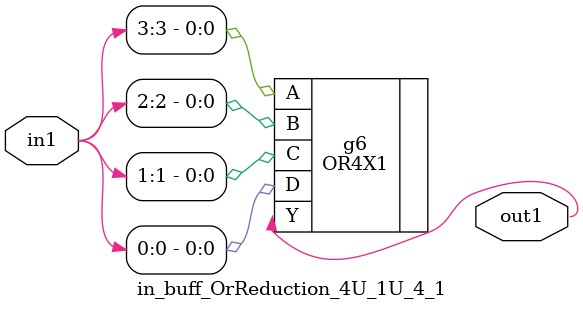
<source format=v>
`timescale 1ps / 1ps


module in_buff_OrReduction_4U_1U_4_1(in1, out1);
  input [3:0] in1;
  output out1;
  wire [3:0] in1;
  wire out1;
  OR4X1 g6(.A (in1[3]), .B (in1[2]), .C (in1[1]), .D (in1[0]), .Y
       (out1));
endmodule



</source>
